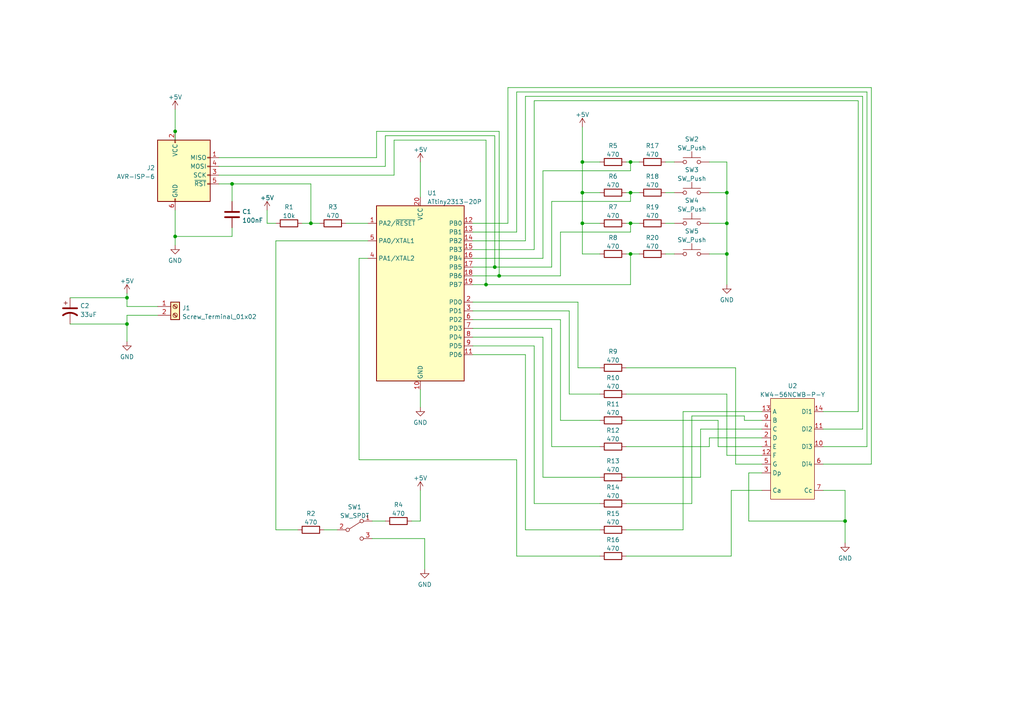
<source format=kicad_sch>
(kicad_sch (version 20230121) (generator eeschema)
  (paper "A4")
  (title_block (title "Simple Clock - ATTiny2313") (rev "1") (company "Out-of-Band Development") (comment 1 "Designer: Matthew Whited"))
  (lib_symbols
    (symbol "Connector:AVR-ISP-6" (pin_names (offset 1.016))
      (property "Reference" "J" (at -6.35 11.43 0))
      (property "Value" "AVR-ISP-6" (at 0 11.43 0))
      (symbol "AVR-ISP-6_0_1"
        (rectangle (start -2.667 -6.858) (end -2.413 -7.62))
        (rectangle (start -2.667 10.16) (end -2.413 9.398))
        (rectangle (start 7.62 -2.413) (end 6.858 -2.667))
        (rectangle (start 7.62 0.127) (end 6.858 -0.127))
        (rectangle (start 7.62 2.667) (end 6.858 2.413))
        (rectangle (start 7.62 5.207) (end 6.858 4.953))
        (rectangle (start 7.62 10.16) (end -7.62 -7.62) (stroke (width 0.254)) (fill (type background)))
      )
      (symbol "AVR-ISP-6_1_1"
        (pin passive line (at 10.16 5.08 180) (length 2.54) (name "MISO") (number "1"))
        (pin passive line (at -2.54 12.7 270) (length 2.54) (name "VCC") (number "2"))
        (pin passive line (at 10.16 0 180) (length 2.54) (name "SCK") (number "3"))
        (pin passive line (at 10.16 2.54 180) (length 2.54) (name "MOSI") (number "4"))
        (pin passive line (at 10.16 -2.54 180) (length 2.54) (name "~{RST}") (number "5"))
        (pin passive line (at -2.54 -10.16 90) (length 2.54) (name "GND") (number "6"))
      )
    )
    (symbol "Connector:Screw_Terminal_01x02" (pin_names (offset 1.016) hide)
      (property "Reference" "J" (at 0 2.54 0))
      (property "Value" "Screw_Terminal_01x02" (at 0 -5.08 0))
      (symbol "Screw_Terminal_01x02_1_1"
        (rectangle (start -1.27 1.27) (end 1.27 -3.81) (stroke (width 0.254)) (fill (type background)))
        (circle (center 0 -2.54) (radius 0.635) (stroke (width 0.1524)))
        (polyline (pts (xy -0.5334 -2.2098) (xy 0.3302 -3.048)) (stroke (width 0.1524)))
        (polyline (pts (xy -0.5334 0.3302) (xy 0.3302 -0.508)) (stroke (width 0.1524)))
        (polyline (pts (xy -0.3556 -2.032) (xy 0.508 -2.8702)) (stroke (width 0.1524)))
        (polyline (pts (xy -0.3556 0.508) (xy 0.508 -0.3302)) (stroke (width 0.1524)))
        (circle (center 0 0) (radius 0.635) (stroke (width 0.1524)))
        (pin passive line (at -5.08 0 0) (length 3.81) (name "Pin_1") (number "1"))
        (pin passive line (at -5.08 -2.54 0) (length 3.81) (name "Pin_2") (number "2"))
      )
    )
    (symbol "Device:C" (pin_numbers hide) (pin_names (offset 0.254))
      (property "Reference" "C" (at 0.635 2.54 0))
      (property "Value" "C" (at 0.635 -2.54 0))
      (symbol "C_0_1"
        (polyline (pts (xy -2.032 -0.762) (xy 2.032 -0.762)) (stroke (width 0.508)))
        (polyline (pts (xy -2.032 0.762) (xy 2.032 0.762)) (stroke (width 0.508)))
      )
      (symbol "C_1_1"
        (pin passive line (at 0 3.81 270) (length 2.794) (name "~") (number "1"))
        (pin passive line (at 0 -3.81 90) (length 2.794) (name "~") (number "2"))
      )
    )
    (symbol "Device:C_Polarized_US" (pin_numbers hide) (pin_names (offset 0.254) hide)
      (property "Reference" "C" (at 0.635 2.54 0))
      (property "Value" "C_Polarized_US" (at 0.635 -2.54 0))
      (symbol "C_Polarized_US_0_1"
        (polyline (pts (xy -2.032 0.762) (xy 2.032 0.762)) (stroke (width 0.508)))
        (polyline (pts (xy -1.778 2.286) (xy -0.762 2.286)))
        (polyline (pts (xy -1.27 1.778) (xy -1.27 2.794)))
        (arc (start 2.032 -1.27) (mid 0 -0.5572) (end -2.032 -1.27) (stroke (width 0.508)))
      )
      (symbol "C_Polarized_US_1_1"
        (pin passive line (at 0 3.81 270) (length 2.794) (name "~") (number "1"))
        (pin passive line (at 0 -3.81 90) (length 3.302) (name "~") (number "2"))
      )
    )
    (symbol "Device:R" (pin_numbers hide) (pin_names (offset 0))
      (property "Reference" "R" (at 2.032 0 90))
      (property "Value" "R" (at 0 0 90))
      (symbol "R_0_1"
        (rectangle (start -1.016 -2.54) (end 1.016 2.54) (stroke (width 0.254)))
      )
      (symbol "R_1_1"
        (pin passive line (at 0 3.81 270) (length 1.27) (name "~") (number "1"))
        (pin passive line (at 0 -3.81 90) (length 1.27) (name "~") (number "2"))
      )
    )
    (symbol "MCU_Microchip_ATtiny:ATtiny2313-20P"
      (property "Reference" "U" (at -12.7 26.67 0))
      (property "Value" "ATtiny2313-20P" (at 2.54 -26.67 0))
      (symbol "ATtiny2313-20P_0_1"
        (rectangle (start -12.7 -25.4) (end 12.7 25.4) (stroke (width 0.254)) (fill (type background)))
      )
      (symbol "ATtiny2313-20P_1_1"
        (pin bidirectional line (at -15.24 20.32 0) (length 2.54) (name "PA2/~{RESET}") (number "1"))
        (pin power_in line (at 0 -27.94 90) (length 2.54) (name "GND") (number "10"))
        (pin bidirectional line (at 15.24 -17.78 180) (length 2.54) (name "PD6") (number "11"))
        (pin bidirectional line (at 15.24 20.32 180) (length 2.54) (name "PB0") (number "12"))
        (pin bidirectional line (at 15.24 17.78 180) (length 2.54) (name "PB1") (number "13"))
        (pin bidirectional line (at 15.24 15.24 180) (length 2.54) (name "PB2") (number "14"))
        (pin bidirectional line (at 15.24 12.7 180) (length 2.54) (name "PB3") (number "15"))
        (pin bidirectional line (at 15.24 10.16 180) (length 2.54) (name "PB4") (number "16"))
        (pin bidirectional line (at 15.24 7.62 180) (length 2.54) (name "PB5") (number "17"))
        (pin bidirectional line (at 15.24 5.08 180) (length 2.54) (name "PB6") (number "18"))
        (pin bidirectional line (at 15.24 2.54 180) (length 2.54) (name "PB7") (number "19"))
        (pin bidirectional line (at 15.24 -2.54 180) (length 2.54) (name "PD0") (number "2"))
        (pin power_in line (at 0 27.94 270) (length 2.54) (name "VCC") (number "20"))
        (pin bidirectional line (at 15.24 -5.08 180) (length 2.54) (name "PD1") (number "3"))
        (pin bidirectional line (at -15.24 10.16 0) (length 2.54) (name "PA1/XTAL2") (number "4"))
        (pin bidirectional line (at -15.24 15.24 0) (length 2.54) (name "PA0/XTAL1") (number "5"))
        (pin bidirectional line (at 15.24 -7.62 180) (length 2.54) (name "PD2") (number "6"))
        (pin bidirectional line (at 15.24 -10.16 180) (length 2.54) (name "PD3") (number "7"))
        (pin bidirectional line (at 15.24 -12.7 180) (length 2.54) (name "PD4") (number "8"))
        (pin bidirectional line (at 15.24 -15.24 180) (length 2.54) (name "PD5") (number "9"))
      )
    )
    (symbol "MyCustomSymbols:KW4-56NCWB-P-Y"
      (property "Reference" "U" (at 0 0 0))
      (property "Value" "KW4-56NCWB-P-Y" (at 0 -34.29 0))
      (symbol "KW4-56NCWB-P-Y_0_1"
        (rectangle (start -6.35 -2.54) (end 6.35 -31.75) (stroke (width 0.1524)) (fill (type background)))
      )
      (symbol "KW4-56NCWB-P-Y_1_1"
        (pin input line (at -8.89 -29.21 0) (length 2.54) (name "Ca") (number ""))
        (pin input line (at -8.89 -16.51 0) (length 2.54) (name "E") (number "1"))
        (pin input line (at 8.89 -16.51 180) (length 2.54) (name "Di3") (number "10"))
        (pin input line (at 8.89 -11.43 180) (length 2.54) (name "Di2") (number "11"))
        (pin input line (at -8.89 -19.05 0) (length 2.54) (name "F") (number "12"))
        (pin input line (at -8.89 -6.35 0) (length 2.54) (name "A") (number "13"))
        (pin input line (at 8.89 -6.35 180) (length 2.54) (name "Di1") (number "14"))
        (pin input line (at -8.89 -13.97 0) (length 2.54) (name "D") (number "2"))
        (pin input line (at -8.89 -24.13 0) (length 2.54) (name "Dp") (number "3"))
        (pin input line (at -8.89 -11.43 0) (length 2.54) (name "C") (number "4"))
        (pin input line (at -8.89 -21.59 0) (length 2.54) (name "G") (number "5"))
        (pin input line (at 8.89 -21.59 180) (length 2.54) (name "Di4") (number "6"))
        (pin input line (at 8.89 -29.21 180) (length 2.54) (name "Cc") (number "7"))
        (pin input line (at -8.89 -8.89 0) (length 2.54) (name "B") (number "9"))
      )
    )
    (symbol "Switch:SW_Push" (pin_numbers hide) (pin_names (offset 1.016) hide)
      (property "Reference" "SW" (at 1.27 2.54 0))
      (property "Value" "SW_Push" (at 0 -1.524 0))
      (symbol "SW_Push_0_1"
        (circle (center -2.032 0) (radius 0.508))
        (polyline (pts (xy 0 1.27) (xy 0 3.048)))
        (polyline (pts (xy 2.54 1.27) (xy -2.54 1.27)))
        (circle (center 2.032 0) (radius 0.508))
        (pin passive line (at -5.08 0 0) (length 2.54) (name "1") (number "1"))
        (pin passive line (at 5.08 0 180) (length 2.54) (name "2") (number "2"))
      )
    )
    (symbol "Switch:SW_SPDT" (pin_names (offset 0) hide)
      (property "Reference" "SW" (at 0 4.318 0))
      (property "Value" "SW_SPDT" (at 0 -5.08 0))
      (symbol "SW_SPDT_0_0"
        (circle (center -2.032 0) (radius 0.508))
        (circle (center 2.032 -2.54) (radius 0.508))
      )
      (symbol "SW_SPDT_0_1"
        (polyline (pts (xy -1.524 0.254) (xy 1.651 2.286)))
        (circle (center 2.032 2.54) (radius 0.508))
      )
      (symbol "SW_SPDT_1_1"
        (pin passive line (at 5.08 2.54 180) (length 2.54) (name "A") (number "1"))
        (pin passive line (at -5.08 0 0) (length 2.54) (name "B") (number "2"))
        (pin passive line (at 5.08 -2.54 180) (length 2.54) (name "C") (number "3"))
      )
    )
    (symbol "power:+5V" (power) (pin_names (offset 0))
      (property "Value" "+5V" (at 0 3.556 0))
      (symbol "+5V_0_1"
        (polyline (pts (xy -0.762 1.27) (xy 0 2.54)))
        (polyline (pts (xy 0 0) (xy 0 2.54)))
        (polyline (pts (xy 0 2.54) (xy 0.762 1.27)))
      )
      (symbol "+5V_1_1"
        (pin power_in line (at 0 0 90) (length 0) hide (name "+5V") (number "1"))
      )
    )
    (symbol "power:GND" (power) (pin_names (offset 0))
      (property "Value" "GND" (at 0 -3.81 0))
      (symbol "GND_0_1"
        (polyline (pts (xy 0 0) (xy 0 -1.27) (xy 1.27 -1.27) (xy 0 -2.54) (xy -1.27 -1.27) (xy 0 -1.27)))
      )
      (symbol "GND_1_1"
        (pin power_in line (at 0 0 270) (length 0) hide (name "GND") (number "1"))
      )
    )
  )
  (junction (at 36.83 93.98))
  (junction (at 50.8 68.58))
  (junction (at 168.91 55.88))
  (junction (at 90.17 64.77))
  (junction (at 210.82 64.77))
  (junction (at 182.88 73.66))
  (junction (at 182.88 55.88))
  (junction (at 50.8 38.1))
  (junction (at 182.88 64.77))
  (junction (at 36.83 86.36))
  (junction (at 144.78 80.01))
  (junction (at 210.82 73.66))
  (junction (at 143.51 77.47))
  (junction (at 245.11 151.13))
  (junction (at 140.97 82.55))
  (junction (at 67.31 53.34))
  (junction (at 182.88 46.99))
  (junction (at 168.91 46.99))
  (junction (at 210.82 55.88))
  (junction (at 168.91 64.77))
  (wire (pts (xy 77.47 64.77) (xy 80.01 64.77)))
  (wire (pts (xy 160.02 58.42) (xy 182.88 58.42)))
  (wire (pts (xy 248.92 29.21) (xy 248.92 119.38)))
  (wire (pts (xy 77.47 60.96) (xy 77.47 64.77)))
  (wire (pts (xy 123.19 156.21) (xy 123.19 165.1)))
  (wire (pts (xy 144.78 38.1) (xy 144.78 80.01)))
  (wire (pts (xy 50.8 31.75) (xy 50.8 38.1)))
  (wire (pts (xy 210.82 73.66) (xy 210.82 82.55)))
  (wire (pts (xy 137.16 100.33) (xy 154.94 100.33)))
  (wire (pts (xy 213.36 106.68) (xy 213.36 134.62)))
  (wire (pts (xy 213.36 134.62) (xy 220.98 134.62)))
  (wire (pts (xy 245.11 151.13) (xy 245.11 157.48)))
  (wire (pts (xy 154.94 146.05) (xy 173.99 146.05)))
  (wire (pts (xy 157.48 97.79) (xy 157.48 138.43)))
  (wire (pts (xy 181.61 55.88) (xy 182.88 55.88)))
  (wire (pts (xy 121.92 113.03) (xy 121.92 118.11)))
  (wire (pts (xy 137.16 82.55) (xy 140.97 82.55)))
  (wire (pts (xy 212.09 142.24) (xy 220.98 142.24)))
  (wire (pts (xy 250.19 124.46) (xy 250.19 27.94)))
  (wire (pts (xy 45.72 88.9) (xy 36.83 88.9)))
  (wire (pts (xy 205.74 64.77) (xy 210.82 64.77)))
  (wire (pts (xy 67.31 66.04) (xy 67.31 68.58)))
  (wire (pts (xy 193.04 55.88) (xy 195.58 55.88)))
  (wire (pts (xy 205.74 129.54) (xy 205.74 127)))
  (wire (pts (xy 80.01 69.85) (xy 80.01 153.67)))
  (wire (pts (xy 63.5 53.34) (xy 67.31 53.34)))
  (wire (pts (xy 238.76 142.24) (xy 245.11 142.24)))
  (wire (pts (xy 162.56 80.01) (xy 162.56 67.31)))
  (wire (pts (xy 182.88 64.77) (xy 185.42 64.77)))
  (wire (pts (xy 238.76 129.54) (xy 251.46 129.54)))
  (wire (pts (xy 165.1 114.3) (xy 173.99 114.3)))
  (wire (pts (xy 93.98 153.67) (xy 97.79 153.67)))
  (wire (pts (xy 63.5 45.72) (xy 109.22 45.72)))
  (wire (pts (xy 111.76 39.37) (xy 143.51 39.37)))
  (wire (pts (xy 168.91 73.66) (xy 168.91 64.77)))
  (wire (pts (xy 162.56 67.31) (xy 182.88 67.31)))
  (wire (pts (xy 149.86 67.31) (xy 149.86 26.67)))
  (wire (pts (xy 250.19 27.94) (xy 152.4 27.94)))
  (wire (pts (xy 152.4 153.67) (xy 173.99 153.67)))
  (wire (pts (xy 215.9 120.65) (xy 215.9 121.92)))
  (wire (pts (xy 107.95 151.13) (xy 111.76 151.13)))
  (wire (pts (xy 193.04 73.66) (xy 195.58 73.66)))
  (wire (pts (xy 173.99 64.77) (xy 168.91 64.77)))
  (wire (pts (xy 149.86 161.29) (xy 173.99 161.29)))
  (wire (pts (xy 181.61 161.29) (xy 212.09 161.29)))
  (wire (pts (xy 121.92 151.13) (xy 119.38 151.13)))
  (wire (pts (xy 20.32 93.98) (xy 36.83 93.98)))
  (wire (pts (xy 173.99 73.66) (xy 168.91 73.66)))
  (wire (pts (xy 198.12 153.67) (xy 181.61 153.67)))
  (wire (pts (xy 50.8 38.1) (xy 50.8 40.64)))
  (wire (pts (xy 160.02 95.25) (xy 160.02 129.54)))
  (wire (pts (xy 251.46 26.67) (xy 251.46 129.54)))
  (wire (pts (xy 182.88 55.88) (xy 185.42 55.88)))
  (wire (pts (xy 149.86 26.67) (xy 251.46 26.67)))
  (wire (pts (xy 67.31 53.34) (xy 90.17 53.34)))
  (wire (pts (xy 20.32 86.36) (xy 36.83 86.36)))
  (wire (pts (xy 208.28 121.92) (xy 208.28 129.54)))
  (wire (pts (xy 140.97 82.55) (xy 182.88 82.55)))
  (wire (pts (xy 217.17 151.13) (xy 245.11 151.13)))
  (wire (pts (xy 210.82 114.3) (xy 210.82 132.08)))
  (wire (pts (xy 154.94 29.21) (xy 248.92 29.21)))
  (wire (pts (xy 181.61 146.05) (xy 200.66 146.05)))
  (wire (pts (xy 205.74 127) (xy 220.98 127)))
  (wire (pts (xy 182.88 46.99) (xy 185.42 46.99)))
  (wire (pts (xy 137.16 77.47) (xy 143.51 77.47)))
  (wire (pts (xy 210.82 46.99) (xy 210.82 55.88)))
  (wire (pts (xy 100.33 64.77) (xy 106.68 64.77)))
  (wire (pts (xy 168.91 55.88) (xy 168.91 46.99)))
  (wire (pts (xy 149.86 133.35) (xy 149.86 161.29)))
  (wire (pts (xy 238.76 134.62) (xy 252.73 134.62)))
  (wire (pts (xy 181.61 73.66) (xy 182.88 73.66)))
  (wire (pts (xy 168.91 46.99) (xy 173.99 46.99)))
  (wire (pts (xy 167.64 87.63) (xy 167.64 106.68)))
  (wire (pts (xy 181.61 64.77) (xy 182.88 64.77)))
  (wire (pts (xy 203.2 124.46) (xy 220.98 124.46)))
  (wire (pts (xy 63.5 48.26) (xy 111.76 48.26)))
  (wire (pts (xy 173.99 55.88) (xy 168.91 55.88)))
  (wire (pts (xy 181.61 106.68) (xy 213.36 106.68)))
  (wire (pts (xy 168.91 36.83) (xy 168.91 46.99)))
  (wire (pts (xy 50.8 68.58) (xy 50.8 71.12)))
  (wire (pts (xy 137.16 102.87) (xy 152.4 102.87)))
  (wire (pts (xy 109.22 38.1) (xy 144.78 38.1)))
  (wire (pts (xy 160.02 129.54) (xy 173.99 129.54)))
  (wire (pts (xy 45.72 91.44) (xy 36.83 91.44)))
  (wire (pts (xy 220.98 119.38) (xy 198.12 119.38)))
  (wire (pts (xy 162.56 92.71) (xy 162.56 121.92)))
  (wire (pts (xy 137.16 72.39) (xy 154.94 72.39)))
  (wire (pts (xy 154.94 100.33) (xy 154.94 146.05)))
  (wire (pts (xy 111.76 48.26) (xy 111.76 39.37)))
  (wire (pts (xy 67.31 53.34) (xy 67.31 58.42)))
  (wire (pts (xy 144.78 80.01) (xy 162.56 80.01)))
  (wire (pts (xy 210.82 132.08) (xy 220.98 132.08)))
  (wire (pts (xy 210.82 55.88) (xy 210.82 64.77)))
  (wire (pts (xy 36.83 93.98) (xy 36.83 99.06)))
  (wire (pts (xy 147.32 25.4) (xy 147.32 64.77)))
  (wire (pts (xy 63.5 50.8) (xy 114.3 50.8)))
  (wire (pts (xy 182.88 67.31) (xy 182.88 64.77)))
  (wire (pts (xy 137.16 80.01) (xy 144.78 80.01)))
  (wire (pts (xy 203.2 138.43) (xy 203.2 124.46)))
  (wire (pts (xy 193.04 46.99) (xy 195.58 46.99)))
  (wire (pts (xy 137.16 92.71) (xy 162.56 92.71)))
  (wire (pts (xy 152.4 27.94) (xy 152.4 69.85)))
  (wire (pts (xy 143.51 77.47) (xy 160.02 77.47)))
  (wire (pts (xy 109.22 45.72) (xy 109.22 38.1)))
  (wire (pts (xy 167.64 106.68) (xy 173.99 106.68)))
  (wire (pts (xy 104.14 74.93) (xy 104.14 133.35)))
  (wire (pts (xy 121.92 46.99) (xy 121.92 57.15)))
  (wire (pts (xy 182.88 58.42) (xy 182.88 55.88)))
  (wire (pts (xy 215.9 121.92) (xy 220.98 121.92)))
  (wire (pts (xy 210.82 64.77) (xy 210.82 73.66)))
  (wire (pts (xy 238.76 124.46) (xy 250.19 124.46)))
  (wire (pts (xy 67.31 68.58) (xy 50.8 68.58)))
  (wire (pts (xy 205.74 55.88) (xy 210.82 55.88)))
  (wire (pts (xy 217.17 137.16) (xy 217.17 151.13)))
  (wire (pts (xy 137.16 87.63) (xy 167.64 87.63)))
  (wire (pts (xy 198.12 119.38) (xy 198.12 153.67)))
  (wire (pts (xy 90.17 64.77) (xy 92.71 64.77)))
  (wire (pts (xy 107.95 156.21) (xy 123.19 156.21)))
  (wire (pts (xy 200.66 120.65) (xy 215.9 120.65)))
  (wire (pts (xy 137.16 67.31) (xy 149.86 67.31)))
  (wire (pts (xy 87.63 64.77) (xy 90.17 64.77)))
  (wire (pts (xy 90.17 53.34) (xy 90.17 64.77)))
  (wire (pts (xy 160.02 77.47) (xy 160.02 58.42)))
  (wire (pts (xy 205.74 46.99) (xy 210.82 46.99)))
  (wire (pts (xy 104.14 133.35) (xy 149.86 133.35)))
  (wire (pts (xy 193.04 64.77) (xy 195.58 64.77)))
  (wire (pts (xy 106.68 74.93) (xy 104.14 74.93)))
  (wire (pts (xy 181.61 46.99) (xy 182.88 46.99)))
  (wire (pts (xy 157.48 49.53) (xy 182.88 49.53)))
  (wire (pts (xy 181.61 114.3) (xy 210.82 114.3)))
  (wire (pts (xy 165.1 90.17) (xy 165.1 114.3)))
  (wire (pts (xy 114.3 40.64) (xy 140.97 40.64)))
  (wire (pts (xy 36.83 86.36) (xy 36.83 85.09)))
  (wire (pts (xy 137.16 95.25) (xy 160.02 95.25)))
  (wire (pts (xy 157.48 138.43) (xy 173.99 138.43)))
  (wire (pts (xy 212.09 161.29) (xy 212.09 142.24)))
  (wire (pts (xy 137.16 74.93) (xy 157.48 74.93)))
  (wire (pts (xy 154.94 72.39) (xy 154.94 29.21)))
  (wire (pts (xy 252.73 25.4) (xy 252.73 134.62)))
  (wire (pts (xy 36.83 91.44) (xy 36.83 93.98)))
  (wire (pts (xy 181.61 129.54) (xy 205.74 129.54)))
  (wire (pts (xy 152.4 102.87) (xy 152.4 153.67)))
  (wire (pts (xy 50.8 60.96) (xy 50.8 68.58)))
  (wire (pts (xy 200.66 146.05) (xy 200.66 120.65)))
  (wire (pts (xy 162.56 121.92) (xy 173.99 121.92)))
  (wire (pts (xy 182.88 82.55) (xy 182.88 73.66)))
  (wire (pts (xy 252.73 25.4) (xy 147.32 25.4)))
  (wire (pts (xy 205.74 73.66) (xy 210.82 73.66)))
  (wire (pts (xy 152.4 69.85) (xy 137.16 69.85)))
  (wire (pts (xy 36.83 88.9) (xy 36.83 86.36)))
  (wire (pts (xy 157.48 74.93) (xy 157.48 49.53)))
  (wire (pts (xy 114.3 50.8) (xy 114.3 40.64)))
  (wire (pts (xy 245.11 142.24) (xy 245.11 151.13)))
  (wire (pts (xy 181.61 138.43) (xy 203.2 138.43)))
  (wire (pts (xy 137.16 97.79) (xy 157.48 97.79)))
  (wire (pts (xy 220.98 137.16) (xy 217.17 137.16)))
  (wire (pts (xy 121.92 142.24) (xy 121.92 151.13)))
  (wire (pts (xy 168.91 64.77) (xy 168.91 55.88)))
  (wire (pts (xy 147.32 64.77) (xy 137.16 64.77)))
  (wire (pts (xy 182.88 73.66) (xy 185.42 73.66)))
  (wire (pts (xy 137.16 90.17) (xy 165.1 90.17)))
  (wire (pts (xy 181.61 121.92) (xy 208.28 121.92)))
  (wire (pts (xy 140.97 40.64) (xy 140.97 82.55)))
  (wire (pts (xy 238.76 119.38) (xy 248.92 119.38)))
  (wire (pts (xy 182.88 49.53) (xy 182.88 46.99)))
  (wire (pts (xy 106.68 69.85) (xy 80.01 69.85)))
  (wire (pts (xy 143.51 39.37) (xy 143.51 77.47)))
  (wire (pts (xy 208.28 129.54) (xy 220.98 129.54)))
  (wire (pts (xy 80.01 153.67) (xy 86.36 153.67)))
  (symbol (lib_id "Device:R") (at 115.57 151.13 90) (unit 1)
    (property "Reference" "R4" (at 115.57 146.4142 90))
    (property "Value" "470" (at 115.57 148.9511 90))
    (property "Footprint" "Resistor_THT:R_Axial_DIN0207_L6.3mm_D2.5mm_P10.16mm_Horizontal" (effects hide))
  )
  (symbol (lib_id "Device:R") (at 177.8 153.67 90) (unit 1)
    (property "Reference" "R15" (at 177.8 148.9542 90))
    (property "Value" "470" (at 177.8 151.4911 90))
    (property "Footprint" "Resistor_THT:R_Axial_DIN0207_L6.3mm_D2.5mm_P10.16mm_Horizontal" (effects hide))
  )
  (symbol (lib_id "power:GND") (at 210.82 82.55 0) (unit 1)
    (property "Reference" "#PWR09" (effects hide))
    (property "Value" "GND" (at 210.82 86.9934 0))
  )
  (symbol (lib_id "Device:R") (at 177.8 129.54 90) (unit 1)
    (property "Reference" "R12" (at 177.8 124.8242 90))
    (property "Value" "470" (at 177.8 127.3611 90))
    (property "Footprint" "Resistor_THT:R_Axial_DIN0207_L6.3mm_D2.5mm_P10.16mm_Horizontal" (effects hide))
  )
  (symbol (lib_id "Device:R") (at 189.23 46.99 90) (unit 1)
    (property "Reference" "R17" (at 189.23 42.2742 90))
    (property "Value" "470" (at 189.23 44.8111 90))
    (property "Footprint" "Resistor_THT:R_Axial_DIN0207_L6.3mm_D2.5mm_P10.16mm_Horizontal" (effects hide))
  )
  (symbol (lib_id "power:+5V") (at 77.47 60.96 0) (unit 1)
    (property "Reference" "#PWR03" (effects hide))
    (property "Value" "+5V" (at 77.47 57.3842 0))
  )
  (symbol (lib_id "Switch:SW_Push") (at 200.66 64.77 0) (unit 1)
    (property "Reference" "SW4" (at 200.66 58.1492 0))
    (property "Value" "SW_Push" (at 200.66 60.6861 0))
    (property "Footprint" "Button_Switch_THT:SW_Tactile_Straight_KSA0Axx1LFTR" (effects hide))
  )
  (symbol (lib_id "power:+5V") (at 36.83 85.09 0) (unit 1)
    (property "Reference" "#PWR0102" (effects hide))
    (property "Value" "+5V" (at 36.83 81.5142 0))
  )
  (symbol (lib_id "Device:R") (at 177.8 73.66 90) (unit 1)
    (property "Reference" "R8" (at 177.8 68.9442 90))
    (property "Value" "470" (at 177.8 71.4811 90))
    (property "Footprint" "Resistor_THT:R_Axial_DIN0207_L6.3mm_D2.5mm_P10.16mm_Horizontal" (effects hide))
  )
  (symbol (lib_id "Device:R") (at 177.8 161.29 90) (unit 1)
    (property "Reference" "R16" (at 177.8 156.5742 90))
    (property "Value" "470" (at 177.8 159.1111 90))
    (property "Footprint" "Resistor_THT:R_Axial_DIN0207_L6.3mm_D2.5mm_P10.16mm_Horizontal" (effects hide))
  )
  (symbol (lib_id "MyCustomSymbols:KW4-56NCWB-P-Y") (at 229.87 113.03 0) (unit 1)
    (property "Reference" "U2" (at 229.87 111.921 0))
    (property "Value" "KW4-56NCWB-P-Y" (at 229.87 114.4579 0))
    (property "Footprint" "MyCustomLibrary:4 Digit 7 Segment Display" (effects hide))
  )
  (symbol (lib_id "Switch:SW_Push") (at 200.66 73.66 0) (unit 1)
    (property "Reference" "SW5" (at 200.66 67.0392 0))
    (property "Value" "SW_Push" (at 200.66 69.5761 0))
    (property "Footprint" "Button_Switch_THT:SW_Tactile_Straight_KSA0Axx1LFTR" (effects hide))
  )
  (symbol (lib_id "Device:R") (at 83.82 64.77 90) (unit 1)
    (property "Reference" "R1" (at 83.82 60.0542 90))
    (property "Value" "10k" (at 83.82 62.5911 90))
    (property "Footprint" "Resistor_THT:R_Axial_DIN0207_L6.3mm_D2.5mm_P10.16mm_Horizontal" (effects hide))
  )
  (symbol (lib_id "power:GND") (at 50.8 71.12 0) (unit 1)
    (property "Reference" "#PWR02" (effects hide))
    (property "Value" "GND" (at 50.8 75.5634 0))
  )
  (symbol (lib_id "Device:R") (at 177.8 138.43 90) (unit 1)
    (property "Reference" "R13" (at 177.8 133.7142 90))
    (property "Value" "470" (at 177.8 136.2511 90))
    (property "Footprint" "Resistor_THT:R_Axial_DIN0207_L6.3mm_D2.5mm_P10.16mm_Horizontal" (effects hide))
  )
  (symbol (lib_id "Device:R") (at 177.8 114.3 90) (unit 1)
    (property "Reference" "R10" (at 177.8 109.5842 90))
    (property "Value" "470" (at 177.8 112.1211 90))
    (property "Footprint" "Resistor_THT:R_Axial_DIN0207_L6.3mm_D2.5mm_P10.16mm_Horizontal" (effects hide))
  )
  (symbol (lib_id "power:GND") (at 121.92 118.11 0) (unit 1)
    (property "Reference" "#PWR05" (effects hide))
    (property "Value" "GND" (at 121.92 122.5534 0))
  )
  (symbol (lib_id "power:+5V") (at 121.92 46.99 0) (unit 1)
    (property "Reference" "#PWR04" (effects hide))
    (property "Value" "+5V" (at 121.92 43.4142 0))
  )
  (symbol (lib_id "Device:C_Polarized_US") (at 20.32 90.17 0) (unit 1)
    (property "Reference" "C2" (at 23.241 88.7003 0) (effects (justify left)))
    (property "Value" "33uF" (at 23.241 91.2372 0) (effects (justify left)))
    (property "Footprint" "Capacitor_THT:CP_Radial_D4.0mm_P2.00mm" (effects hide))
  )
  (symbol (lib_id "Device:R") (at 177.8 46.99 90) (unit 1)
    (property "Reference" "R5" (at 177.8 42.2742 90))
    (property "Value" "470" (at 177.8 44.8111 90))
    (property "Footprint" "Resistor_THT:R_Axial_DIN0207_L6.3mm_D2.5mm_P10.16mm_Horizontal" (effects hide))
  )
  (symbol (lib_id "Device:R") (at 189.23 73.66 90) (unit 1)
    (property "Reference" "R20" (at 189.23 68.9442 90))
    (property "Value" "470" (at 189.23 71.4811 90))
    (property "Footprint" "Resistor_THT:R_Axial_DIN0207_L6.3mm_D2.5mm_P10.16mm_Horizontal" (effects hide))
  )
  (symbol (lib_id "Device:R") (at 177.8 146.05 90) (unit 1)
    (property "Reference" "R14" (at 177.8 141.3342 90))
    (property "Value" "470" (at 177.8 143.8711 90))
    (property "Footprint" "Resistor_THT:R_Axial_DIN0207_L6.3mm_D2.5mm_P10.16mm_Horizontal" (effects hide))
  )
  (symbol (lib_id "Device:R") (at 90.17 153.67 90) (unit 1)
    (property "Reference" "R2" (at 90.17 148.9542 90))
    (property "Value" "470" (at 90.17 151.4911 90))
    (property "Footprint" "Resistor_THT:R_Axial_DIN0207_L6.3mm_D2.5mm_P10.16mm_Horizontal" (effects hide))
  )
  (symbol (lib_id "Switch:SW_Push") (at 200.66 46.99 0) (unit 1)
    (property "Reference" "SW2" (at 200.66 40.3692 0))
    (property "Value" "SW_Push" (at 200.66 42.9061 0))
    (property "Footprint" "Button_Switch_THT:SW_Tactile_Straight_KSA0Axx1LFTR" (effects hide))
  )
  (symbol (lib_id "Switch:SW_Push") (at 200.66 55.88 0) (unit 1)
    (property "Reference" "SW3" (at 200.66 49.2592 0))
    (property "Value" "SW_Push" (at 200.66 51.7961 0))
    (property "Footprint" "Button_Switch_THT:SW_Tactile_Straight_KSA0Axx1LFTR" (effects hide))
  )
  (symbol (lib_id "Device:R") (at 189.23 64.77 90) (unit 1)
    (property "Reference" "R19" (at 189.23 60.0542 90))
    (property "Value" "470" (at 189.23 62.5911 90))
    (property "Footprint" "Resistor_THT:R_Axial_DIN0207_L6.3mm_D2.5mm_P10.16mm_Horizontal" (effects hide))
  )
  (symbol (lib_id "power:+5V") (at 50.8 31.75 0) (unit 1)
    (property "Reference" "#PWR01" (effects hide))
    (property "Value" "+5V" (at 50.8 28.1742 0))
  )
  (symbol (lib_id "Device:R") (at 177.8 106.68 90) (unit 1)
    (property "Reference" "R9" (at 177.8 101.9642 90))
    (property "Value" "470" (at 177.8 104.5011 90))
    (property "Footprint" "Resistor_THT:R_Axial_DIN0207_L6.3mm_D2.5mm_P10.16mm_Horizontal" (effects hide))
  )
  (symbol (lib_id "power:GND") (at 36.83 99.06 0) (unit 1)
    (property "Reference" "#PWR0101" (effects hide))
    (property "Value" "GND" (at 36.83 103.5034 0))
  )
  (symbol (lib_id "power:+5V") (at 121.92 142.24 0) (unit 1)
    (property "Reference" "#PWR06" (effects hide))
    (property "Value" "+5V" (at 121.92 138.6642 0))
  )
  (symbol (lib_id "Connector:AVR-ISP-6") (at 53.34 50.8 0) (unit 1)
    (property "Reference" "J2" (at 44.9581 48.6953 0) (effects (justify right)))
    (property "Value" "AVR-ISP-6" (at 44.9581 51.2322 0) (effects (justify right)))
    (property "Footprint" "Connector_PinHeader_2.54mm:PinHeader_2x03_P2.54mm_Vertical" (effects hide))
    (property "Datasheet" " ~" (effects hide))
  )
  (symbol (lib_id "Device:R") (at 177.8 55.88 90) (unit 1)
    (property "Reference" "R6" (at 177.8 51.1642 90))
    (property "Value" "470" (at 177.8 53.7011 90))
    (property "Footprint" "Resistor_THT:R_Axial_DIN0207_L6.3mm_D2.5mm_P10.16mm_Horizontal" (effects hide))
  )
  (symbol (lib_id "Device:R") (at 177.8 64.77 90) (unit 1)
    (property "Reference" "R7" (at 177.8 60.0542 90))
    (property "Value" "470" (at 177.8 62.5911 90))
    (property "Footprint" "Resistor_THT:R_Axial_DIN0207_L6.3mm_D2.5mm_P10.16mm_Horizontal" (effects hide))
  )
  (symbol (lib_id "Device:R") (at 189.23 55.88 90) (unit 1)
    (property "Reference" "R18" (at 189.23 51.1642 90))
    (property "Value" "470" (at 189.23 53.7011 90))
    (property "Footprint" "Resistor_THT:R_Axial_DIN0207_L6.3mm_D2.5mm_P10.16mm_Horizontal" (effects hide))
  )
  (symbol (lib_id "power:GND") (at 123.19 165.1 0) (unit 1)
    (property "Reference" "#PWR07" (effects hide))
    (property "Value" "GND" (at 123.19 169.5434 0))
  )
  (symbol (lib_id "Device:C") (at 67.31 62.23 0) (unit 1)
    (property "Reference" "C1" (at 70.231 61.3953 0) (effects (justify left)))
    (property "Value" "100nF" (at 70.231 63.9322 0) (effects (justify left)))
    (property "Footprint" "Capacitor_THT:C_Disc_D3.0mm_W2.0mm_P2.50mm" (effects hide))
  )
  (symbol (lib_id "MCU_Microchip_ATtiny:ATtiny2313-20P") (at 121.92 85.09 0) (unit 1)
    (property "Reference" "U1" (at 123.9394 55.9902 0) (effects (justify left)))
    (property "Value" "ATtiny2313-20P" (at 123.9394 58.5271 0) (effects (justify left)))
    (property "Footprint" "Package_DIP:DIP-20_W7.62mm" (effects hide))
    (property "Datasheet" "http://ww1.microchip.com/downloads/en/DeviceDoc/Atmel-2543-AVR-ATtiny2313_Datasheet.pdf" (effects hide))
  )
  (symbol (lib_id "Switch:SW_SPDT") (at 102.87 153.67 0) (unit 1)
    (property "Reference" "SW1" (at 102.87 147.0492 0))
    (property "Value" "SW_SPDT" (at 102.87 149.5861 0))
    (property "Footprint" "Connector_PinHeader_2.54mm:PinHeader_1x03_P2.54mm_Vertical" (effects hide))
  )
  (symbol (lib_id "Device:R") (at 96.52 64.77 90) (unit 1)
    (property "Reference" "R3" (at 96.52 60.0542 90))
    (property "Value" "470" (at 96.52 62.5911 90))
    (property "Footprint" "Resistor_THT:R_Axial_DIN0207_L6.3mm_D2.5mm_P10.16mm_Horizontal" (effects hide))
  )
  (symbol (lib_id "Device:R") (at 177.8 121.92 90) (unit 1)
    (property "Reference" "R11" (at 177.8 117.2042 90))
    (property "Value" "470" (at 177.8 119.7411 90))
    (property "Footprint" "Resistor_THT:R_Axial_DIN0207_L6.3mm_D2.5mm_P10.16mm_Horizontal" (effects hide))
  )
  (symbol (lib_id "Connector:Screw_Terminal_01x02") (at 50.8 88.9 0) (unit 1)
    (property "Reference" "J1" (at 52.832 89.3353 0) (effects (justify left)))
    (property "Value" "Screw_Terminal_01x02" (at 52.832 91.8722 0) (effects (justify left)))
    (property "Footprint" "TerminalBlock:TerminalBlock_Altech_AK300-2_P5.00mm" (effects hide))
  )
  (symbol (lib_id "power:GND") (at 245.11 157.48 0) (unit 1)
    (property "Reference" "#PWR010" (effects hide))
    (property "Value" "GND" (at 245.11 161.9234 0))
  )
  (symbol (lib_id "power:+5V") (at 168.91 36.83 0) (unit 1)
    (property "Reference" "#PWR08" (effects hide))
    (property "Value" "+5V" (at 168.91 33.2542 0))
  )
)
</source>
